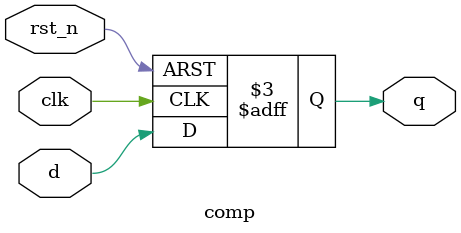
<source format=v>
module comp(rst_n, clk, q, d);
    input d, rst_n, clk;
    output q;

    wire d, rst_n, clk;
    reg q;
  
    always @(posedge clk or negedge rst_n) begin
        if (!rst_n) begin
            q <= 10'd0;
        end
        else begin
            q <= d;
        end
    end
endmodule
</source>
